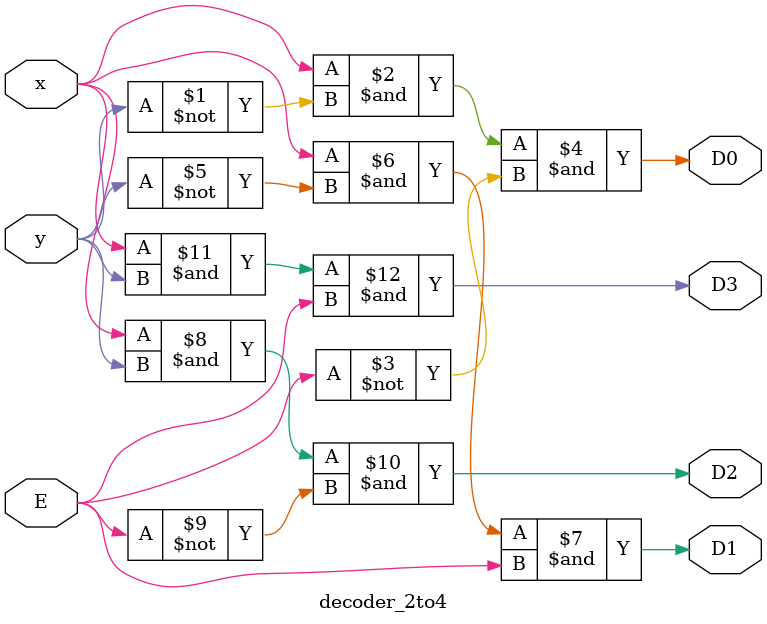
<source format=v>


module decoder_2to4 (
  input x, y, E,
  output D0, D1, D2, D3
);
  assign D0 = (x & ~y & ~E);
  assign D1 = (x & ~y & E);
  assign D2 = (x & y & ~E);
  assign D3 = (x & y & E);
endmodule
</source>
